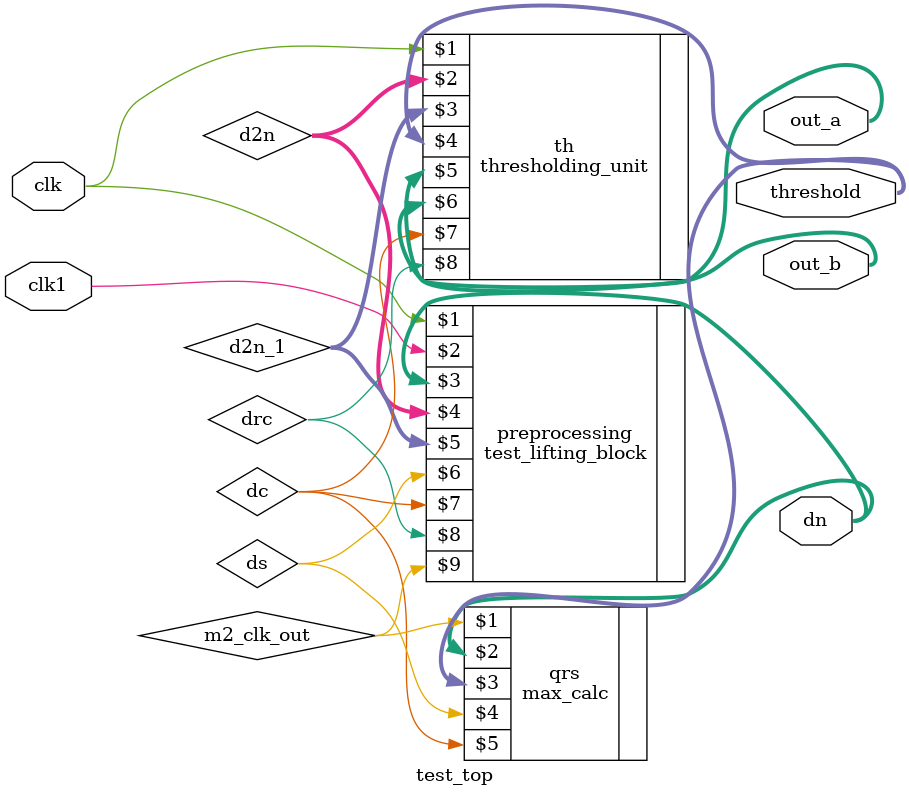
<source format=v>
`timescale 1ns / 1ps


module test_top(clk,clk1,dn,threshold,out_a,out_b);
    input clk;
    input clk1;
    
    output wire [31:0] threshold,dn,out_a,out_b;
    
    wire m2_clk_out,ds,dc,drc;
    wire [31:0] d2n,d2n_1;
    
    
    test_lifting_block preprocessing(clk,clk1,dn,d2n,d2n_1,ds,dc,drc,m2_clk_out);
    max_calc qrs(m2_clk_out,dn,threshold,ds,dc);
    thresholding_unit th(clk,d2n,d2n_1,threshold,out_a,out_b,dc,drc);
endmodule

</source>
